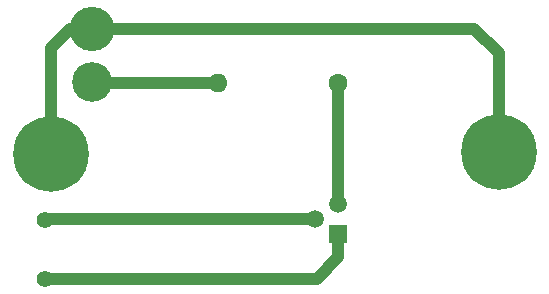
<source format=gbr>
%TF.GenerationSoftware,KiCad,Pcbnew,9.0.5*%
%TF.CreationDate,2026-01-24T21:08:04+00:00*%
%TF.ProjectId,zx_spectrum_composite_mod,7a785f73-7065-4637-9472-756d5f636f6d,1.0*%
%TF.SameCoordinates,Original*%
%TF.FileFunction,Copper,L1,Top*%
%TF.FilePolarity,Positive*%
%FSLAX46Y46*%
G04 Gerber Fmt 4.6, Leading zero omitted, Abs format (unit mm)*
G04 Created by KiCad (PCBNEW 9.0.5) date 2026-01-24 21:08:04*
%MOMM*%
%LPD*%
G01*
G04 APERTURE LIST*
%TA.AperFunction,ComponentPad*%
%ADD10C,1.600000*%
%TD*%
%TA.AperFunction,ComponentPad*%
%ADD11O,1.600000X1.600000*%
%TD*%
%TA.AperFunction,ComponentPad*%
%ADD12C,6.400000*%
%TD*%
%TA.AperFunction,ComponentPad*%
%ADD13R,1.515000X1.515000*%
%TD*%
%TA.AperFunction,ComponentPad*%
%ADD14C,1.515000*%
%TD*%
%TA.AperFunction,ComponentPad*%
%ADD15C,1.400000*%
%TD*%
%TA.AperFunction,ComponentPad*%
%ADD16C,3.765000*%
%TD*%
%TA.AperFunction,ComponentPad*%
%ADD17C,3.360000*%
%TD*%
%TA.AperFunction,Conductor*%
%ADD18C,1.000000*%
%TD*%
%TA.AperFunction,Conductor*%
%ADD19C,0.250000*%
%TD*%
G04 APERTURE END LIST*
D10*
%TO.P,R1,1*%
%TO.N,Net-(Q1-Pad3)*%
X86880000Y-44400000D03*
D11*
%TO.P,R1,2*%
%TO.N,Net-(J1-Pad2)*%
X76720000Y-44400000D03*
%TD*%
D12*
%TO.P,H2,1,1*%
%TO.N,GND*%
X100450000Y-50310000D03*
%TD*%
%TO.P,H1,1,1*%
%TO.N,GND*%
X62540000Y-50460000D03*
%TD*%
D13*
%TO.P,Q1,1*%
%TO.N,Net-(Q1-Pad1)*%
X86890000Y-57250000D03*
D14*
%TO.P,Q1,2*%
%TO.N,Net-(Q1-Pad2)*%
X84890000Y-55980000D03*
%TO.P,Q1,3*%
%TO.N,Net-(Q1-Pad3)*%
X86890000Y-54710000D03*
%TD*%
D15*
%TO.P,TP2,1,1*%
%TO.N,Net-(Q1-Pad1)*%
X62000000Y-61000000D03*
%TD*%
D16*
%TO.P,J1,1,1*%
%TO.N,GND*%
X66015000Y-39850000D03*
D17*
%TO.P,J1,2,2*%
%TO.N,Net-(J1-Pad2)*%
X66015000Y-44350000D03*
%TD*%
D15*
%TO.P,TP1,1,1*%
%TO.N,Net-(Q1-Pad2)*%
X62000000Y-56000000D03*
%TD*%
D18*
%TO.N,GND*%
X62540000Y-41473000D02*
X62540000Y-50460000D01*
X66015000Y-39850000D02*
X64163000Y-39850000D01*
X64163000Y-39850000D02*
X62540000Y-41473000D01*
%TO.N,Net-(Q1-Pad1)*%
X85050000Y-61000000D02*
X62000000Y-61000000D01*
X86890000Y-59160000D02*
X85050000Y-61000000D01*
X86890000Y-57250000D02*
X86890000Y-59160000D01*
%TO.N,GND*%
X98397000Y-39850000D02*
X66015000Y-39850000D01*
X100450000Y-41903000D02*
X98397000Y-39850000D01*
X100450000Y-50310000D02*
X100450000Y-41903000D01*
%TO.N,Net-(J1-Pad2)*%
X66000000Y-44400000D02*
X76720000Y-44400000D01*
D19*
%TO.N,Net-(Q1-Pad3)*%
X86880000Y-54700000D02*
X86890000Y-54710000D01*
D18*
X86880000Y-44400000D02*
X86880000Y-54700000D01*
D19*
%TO.N,Net-(Q1-Pad2)*%
X62020000Y-55980000D02*
X62000000Y-56000000D01*
D18*
X84890000Y-55980000D02*
X62020000Y-55980000D01*
%TD*%
M02*

</source>
